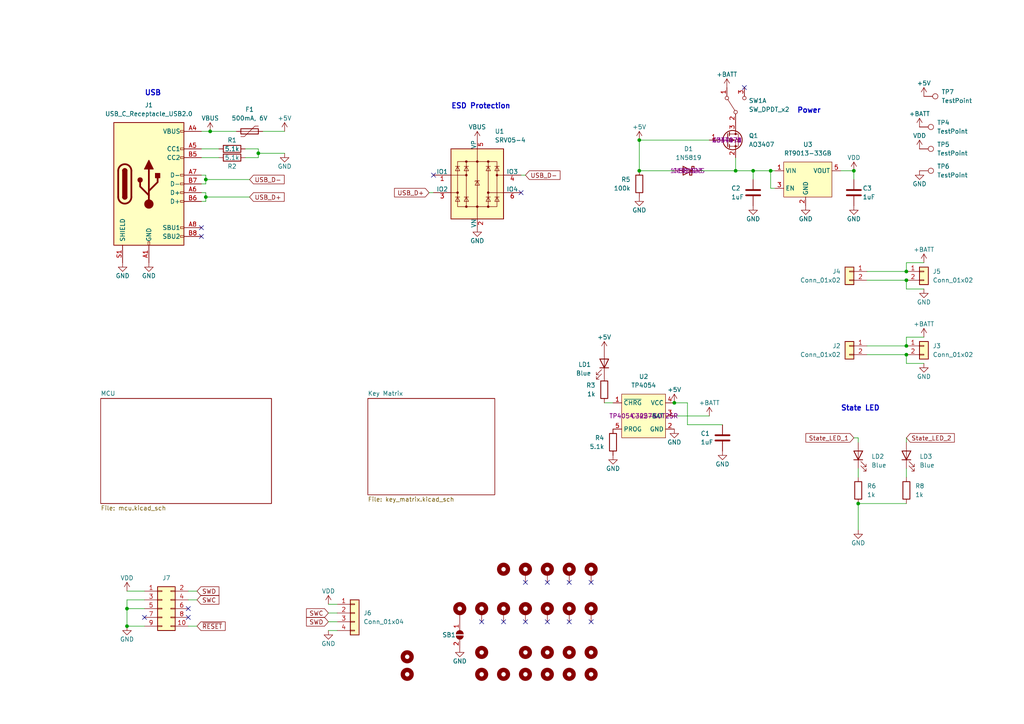
<source format=kicad_sch>
(kicad_sch (version 20250114) (generator "eeschema") (generator_version "9.0")
  (paper "A4")
  (title_block (title "Calcite60 Keyboard") (rev "2.0") (company "SideraKB") (comment 1 "Open source hardware, CERN-OHL-P v2") (comment 2 "Kailh Choc V1 (PG1350) Low Profile Switches"))
  (lib_symbols
    (symbol "Connector:TestPoint" (pin_numbers (hide yes)) (pin_names (offset 0.762) (hide yes))
      (property "Reference" "TP" (at 0 6.858 0))
      (property "Value" "TestPoint" (at 0 5.08 0))
      (symbol "TestPoint_0_1"
        (circle (center 0 3.302) (radius 0.762))
      )
      (symbol "TestPoint_1_1"
        (pin passive line (at 0 0 90) (length 2.54) (name "1") (number "1"))
      )
    )
    (symbol "Connector:USB_C_Receptacle_USB2.0" (pin_names (offset 1.016))
      (property "Reference" "J" (at -10.16 19.05 0))
      (property "Value" "USB_C_Receptacle_USB2.0" (at 19.05 19.05 0))
      (symbol "USB_C_Receptacle_USB2.0_0_0"
        (rectangle (start -0.254 -17.78) (end 0.254 -16.764))
        (rectangle (start 10.16 15.494) (end 9.144 14.986))
        (rectangle (start 10.16 10.414) (end 9.144 9.906))
        (rectangle (start 10.16 7.874) (end 9.144 7.366))
        (rectangle (start 10.16 2.794) (end 9.144 2.286))
        (rectangle (start 10.16 0.254) (end 9.144 -0.254))
        (rectangle (start 10.16 -2.286) (end 9.144 -2.794))
        (rectangle (start 10.16 -4.826) (end 9.144 -5.334))
        (rectangle (start 10.16 -12.446) (end 9.144 -12.954))
        (rectangle (start 10.16 -14.986) (end 9.144 -15.494))
      )
      (symbol "USB_C_Receptacle_USB2.0_0_1"
        (rectangle (start -10.16 17.78) (end 10.16 -17.78) (stroke (width 0.254)) (fill (type background)))
        (polyline (pts (xy -8.89 -3.81) (xy -8.89 3.81)) (stroke (width 0.508)))
        (rectangle (start -7.62 -3.81) (end -6.35 3.81) (stroke (width 0.254)) (fill (type outline)))
        (arc (start -7.62 3.81) (mid -6.985 4.4423) (end -6.35 3.81) (stroke (width 0.254)))
        (arc (start -7.62 3.81) (mid -6.985 4.4423) (end -6.35 3.81) (stroke (width 0.254)) (fill (type outline)))
        (arc (start -8.89 3.81) (mid -6.985 5.7067) (end -5.08 3.81) (stroke (width 0.508)))
        (arc (start -5.08 -3.81) (mid -6.985 -5.7067) (end -8.89 -3.81) (stroke (width 0.508)))
        (arc (start -6.35 -3.81) (mid -6.985 -4.4423) (end -7.62 -3.81) (stroke (width 0.254)))
        (arc (start -6.35 -3.81) (mid -6.985 -4.4423) (end -7.62 -3.81) (stroke (width 0.254)) (fill (type outline)))
        (polyline (pts (xy -5.08 3.81) (xy -5.08 -3.81)) (stroke (width 0.508)))
        (circle (center -2.54 1.143) (radius 0.635) (stroke (width 0.254)) (fill (type outline)))
        (polyline (pts (xy -1.27 4.318) (xy 0 6.858) (xy 1.27 4.318) (xy -1.27 4.318)) (stroke (width 0.254)) (fill (type outline)))
        (polyline (pts (xy 0 -2.032) (xy 2.54 0.508) (xy 2.54 1.778)) (stroke (width 0.508)))
        (polyline (pts (xy 0 -3.302) (xy -2.54 -0.762) (xy -2.54 0.508)) (stroke (width 0.508)))
        (polyline (pts (xy 0 -5.842) (xy 0 4.318)) (stroke (width 0.508)))
        (circle (center 0 -5.842) (radius 1.27) (fill (type outline)))
        (rectangle (start 1.905 1.778) (end 3.175 3.048) (stroke (width 0.254)) (fill (type outline)))
      )
      (symbol "USB_C_Receptacle_USB2.0_1_1"
        (pin passive line (at -7.62 -22.86 90) (length 5.08) (name "SHIELD") (number "S1"))
        (pin passive line (at 0 -22.86 90) (length 5.08) (name "GND") (number "A1"))
        (pin passive line (at 0 -22.86 90) (length 5.08) (hide yes) (name "GND") (number "A12"))
        (pin passive line (at 0 -22.86 90) (length 5.08) (hide yes) (name "GND") (number "B1"))
        (pin passive line (at 0 -22.86 90) (length 5.08) (hide yes) (name "GND") (number "B12"))
        (pin passive line (at 15.24 15.24 180) (length 5.08) (name "VBUS") (number "A4"))
        (pin passive line (at 15.24 15.24 180) (length 5.08) (hide yes) (name "VBUS") (number "A9"))
        (pin passive line (at 15.24 15.24 180) (length 5.08) (hide yes) (name "VBUS") (number "B4"))
        (pin passive line (at 15.24 15.24 180) (length 5.08) (hide yes) (name "VBUS") (number "B9"))
        (pin bidirectional line (at 15.24 10.16 180) (length 5.08) (name "CC1") (number "A5"))
        (pin bidirectional line (at 15.24 7.62 180) (length 5.08) (name "CC2") (number "B5"))
        (pin bidirectional line (at 15.24 2.54 180) (length 5.08) (name "D-") (number "A7"))
        (pin bidirectional line (at 15.24 0 180) (length 5.08) (name "D-") (number "B7"))
        (pin bidirectional line (at 15.24 -2.54 180) (length 5.08) (name "D+") (number "A6"))
        (pin bidirectional line (at 15.24 -5.08 180) (length 5.08) (name "D+") (number "B6"))
        (pin bidirectional line (at 15.24 -12.7 180) (length 5.08) (name "SBU1") (number "A8"))
        (pin bidirectional line (at 15.24 -15.24 180) (length 5.08) (name "SBU2") (number "B8"))
      )
    )
    (symbol "Connector_Generic:Conn_01x02" (pin_names (offset 1.016) (hide yes))
      (property "Reference" "J" (at 0 2.54 0))
      (property "Value" "Conn_01x02" (at 0 -5.08 0))
      (symbol "Conn_01x02_1_1"
        (rectangle (start -1.27 1.27) (end 1.27 -3.81) (stroke (width 0.254)) (fill (type background)))
        (rectangle (start -1.27 0.127) (end 0 -0.127) (stroke (width 0.1524)))
        (rectangle (start -1.27 -2.413) (end 0 -2.667) (stroke (width 0.1524)))
        (pin passive line (at -5.08 0 0) (length 3.81) (name "Pin_1") (number "1"))
        (pin passive line (at -5.08 -2.54 0) (length 3.81) (name "Pin_2") (number "2"))
      )
    )
    (symbol "Connector_Generic:Conn_01x04" (pin_names (offset 1.016) (hide yes))
      (property "Reference" "J" (at 0 5.08 0))
      (property "Value" "Conn_01x04" (at 0 -7.62 0))
      (symbol "Conn_01x04_1_1"
        (rectangle (start -1.27 3.81) (end 1.27 -6.35) (stroke (width 0.254)) (fill (type background)))
        (rectangle (start -1.27 2.667) (end 0 2.413) (stroke (width 0.1524)))
        (rectangle (start -1.27 0.127) (end 0 -0.127) (stroke (width 0.1524)))
        (rectangle (start -1.27 -2.413) (end 0 -2.667) (stroke (width 0.1524)))
        (rectangle (start -1.27 -4.953) (end 0 -5.207) (stroke (width 0.1524)))
        (pin passive line (at -5.08 2.54 0) (length 3.81) (name "Pin_1") (number "1"))
        (pin passive line (at -5.08 0 0) (length 3.81) (name "Pin_2") (number "2"))
        (pin passive line (at -5.08 -2.54 0) (length 3.81) (name "Pin_3") (number "3"))
        (pin passive line (at -5.08 -5.08 0) (length 3.81) (name "Pin_4") (number "4"))
      )
    )
    (symbol "Connector_Generic:Conn_02x05_Odd_Even" (pin_names (offset 1.016) (hide yes))
      (property "Reference" "J" (at 1.27 7.62 0))
      (property "Value" "Conn_02x05_Odd_Even" (at 1.27 -7.62 0))
      (symbol "Conn_02x05_Odd_Even_1_1"
        (rectangle (start -1.27 6.35) (end 3.81 -6.35) (stroke (width 0.254)) (fill (type background)))
        (rectangle (start -1.27 5.207) (end 0 4.953) (stroke (width 0.1524)))
        (rectangle (start -1.27 2.667) (end 0 2.413) (stroke (width 0.1524)))
        (rectangle (start -1.27 0.127) (end 0 -0.127) (stroke (width 0.1524)))
        (rectangle (start -1.27 -2.413) (end 0 -2.667) (stroke (width 0.1524)))
        (rectangle (start -1.27 -4.953) (end 0 -5.207) (stroke (width 0.1524)))
        (rectangle (start 3.81 5.207) (end 2.54 4.953) (stroke (width 0.1524)))
        (rectangle (start 3.81 2.667) (end 2.54 2.413) (stroke (width 0.1524)))
        (rectangle (start 3.81 0.127) (end 2.54 -0.127) (stroke (width 0.1524)))
        (rectangle (start 3.81 -2.413) (end 2.54 -2.667) (stroke (width 0.1524)))
        (rectangle (start 3.81 -4.953) (end 2.54 -5.207) (stroke (width 0.1524)))
        (pin passive line (at -5.08 5.08 0) (length 3.81) (name "Pin_1") (number "1"))
        (pin passive line (at -5.08 2.54 0) (length 3.81) (name "Pin_3") (number "3"))
        (pin passive line (at -5.08 0 0) (length 3.81) (name "Pin_5") (number "5"))
        (pin passive line (at -5.08 -2.54 0) (length 3.81) (name "Pin_7") (number "7"))
        (pin passive line (at -5.08 -5.08 0) (length 3.81) (name "Pin_9") (number "9"))
        (pin passive line (at 7.62 5.08 180) (length 3.81) (name "Pin_2") (number "2"))
        (pin passive line (at 7.62 2.54 180) (length 3.81) (name "Pin_4") (number "4"))
        (pin passive line (at 7.62 0 180) (length 3.81) (name "Pin_6") (number "6"))
        (pin passive line (at 7.62 -2.54 180) (length 3.81) (name "Pin_8") (number "8"))
        (pin passive line (at 7.62 -5.08 180) (length 3.81) (name "Pin_10") (number "10"))
      )
    )
    (symbol "Device:C" (pin_numbers (hide yes)) (pin_names (offset 0.254))
      (property "Reference" "C" (at 0.635 2.54 0))
      (property "Value" "C" (at 0.635 -2.54 0))
      (symbol "C_0_1"
        (polyline (pts (xy -2.032 0.762) (xy 2.032 0.762)) (stroke (width 0.508)))
        (polyline (pts (xy -2.032 -0.762) (xy 2.032 -0.762)) (stroke (width 0.508)))
      )
      (symbol "C_1_1"
        (pin passive line (at 0 3.81 270) (length 2.794) (name "~") (number "1"))
        (pin passive line (at 0 -3.81 90) (length 2.794) (name "~") (number "2"))
      )
    )
    (symbol "Device:LED" (pin_numbers (hide yes)) (pin_names (offset 1.016) (hide yes))
      (property "Reference" "D" (at 0 2.54 0))
      (property "Value" "LED" (at 0 -2.54 0))
      (symbol "LED_0_1"
        (polyline (pts (xy -3.048 -0.762) (xy -4.572 -2.286) (xy -3.81 -2.286) (xy -4.572 -2.286) (xy -4.572 -1.524)))
        (polyline (pts (xy -1.778 -0.762) (xy -3.302 -2.286) (xy -2.54 -2.286) (xy -3.302 -2.286) (xy -3.302 -1.524)))
        (polyline (pts (xy -1.27 0) (xy 1.27 0)))
        (polyline (pts (xy -1.27 -1.27) (xy -1.27 1.27)) (stroke (width 0.254)))
        (polyline (pts (xy 1.27 -1.27) (xy 1.27 1.27) (xy -1.27 0) (xy 1.27 -1.27)) (stroke (width 0.254)))
      )
      (symbol "LED_1_1"
        (pin passive line (at -3.81 0 0) (length 2.54) (name "K") (number "1"))
        (pin passive line (at 3.81 0 180) (length 2.54) (name "A") (number "2"))
      )
    )
    (symbol "Device:Polyfuse" (pin_numbers (hide yes)) (pin_names (offset 0))
      (property "Reference" "F" (at -2.54 0 90))
      (property "Value" "Polyfuse" (at 2.54 0 90))
      (symbol "Polyfuse_0_1"
        (polyline (pts (xy -1.524 2.54) (xy -1.524 1.524) (xy 1.524 -1.524) (xy 1.524 -2.54)))
        (rectangle (start -0.762 2.54) (end 0.762 -2.54) (stroke (width 0.254)))
        (polyline (pts (xy 0 2.54) (xy 0 -2.54)))
      )
      (symbol "Polyfuse_1_1"
        (pin passive line (at 0 3.81 270) (length 1.27) (name "~") (number "1"))
        (pin passive line (at 0 -3.81 90) (length 1.27) (name "~") (number "2"))
      )
    )
    (symbol "Device:R" (pin_numbers (hide yes)) (pin_names (offset 0))
      (property "Reference" "R" (at 2.032 0 90))
      (property "Value" "R" (at 0 0 90))
      (symbol "R_0_1"
        (rectangle (start -1.016 -2.54) (end 1.016 2.54) (stroke (width 0.254)))
      )
      (symbol "R_1_1"
        (pin passive line (at 0 3.81 270) (length 1.27) (name "~") (number "1"))
        (pin passive line (at 0 -3.81 90) (length 1.27) (name "~") (number "2"))
      )
    )
    (symbol "Diode:1N5819" (pin_numbers (hide yes)) (pin_names (offset 1.016) (hide yes))
      (property "Reference" "D" (at 0 2.54 0))
      (property "Value" "1N5819" (at 0 -2.54 0))
      (symbol "1N5819_0_1"
        (polyline (pts (xy -1.905 0.635) (xy -1.905 1.27) (xy -1.27 1.27) (xy -1.27 -1.27) (xy -0.635 -1.27) (xy -0.635 -0.635)) (stroke (width 0.254)))
        (polyline (pts (xy 1.27 1.27) (xy 1.27 -1.27) (xy -1.27 0) (xy 1.27 1.27)) (stroke (width 0.254)))
        (polyline (pts (xy 1.27 0) (xy -1.27 0)))
      )
      (symbol "1N5819_1_1"
        (pin passive line (at -3.81 0 0) (length 2.54) (name "K") (number "1"))
        (pin passive line (at 3.81 0 180) (length 2.54) (name "A") (number "2"))
      )
    )
    (symbol "Jumper:SolderJumper_2_Open" (pin_names (offset 0) (hide yes))
      (property "Reference" "JP" (at 0 2.032 0))
      (property "Value" "SolderJumper_2_Open" (at 0 -2.54 0))
      (symbol "SolderJumper_2_Open_0_1"
        (polyline (pts (xy -0.254 1.016) (xy -0.254 -1.016)))
        (arc (start -0.254 -1.016) (mid -1.2656 0) (end -0.254 1.016))
        (arc (start -0.254 -1.016) (mid -1.2656 0) (end -0.254 1.016) (fill (type outline)))
        (arc (start 0.254 1.016) (mid 1.2656 0) (end 0.254 -1.016))
        (arc (start 0.254 1.016) (mid 1.2656 0) (end 0.254 -1.016) (fill (type outline)))
        (polyline (pts (xy 0.254 1.016) (xy 0.254 -1.016)))
      )
      (symbol "SolderJumper_2_Open_1_1"
        (pin passive line (at -3.81 0 0) (length 2.54) (name "A") (number "1"))
        (pin passive line (at 3.81 0 180) (length 2.54) (name "B") (number "2"))
      )
    )
    (symbol "Mechanical:MountingHole" (pin_names (offset 1.016))
      (property "Reference" "H" (at 0 5.08 0))
      (property "Value" "MountingHole" (at 0 3.175 0))
      (symbol "MountingHole_0_1"
        (circle (center 0 0) (radius 1.27) (stroke (width 1.27)))
      )
    )
    (symbol "Mechanical:MountingHole_Pad" (pin_numbers (hide yes)) (pin_names (offset 1.016) (hide yes))
      (property "Reference" "H" (at 0 6.35 0))
      (property "Value" "MountingHole_Pad" (at 0 4.445 0))
      (symbol "MountingHole_Pad_0_1"
        (circle (center 0 1.27) (radius 1.27) (stroke (width 1.27)))
      )
      (symbol "MountingHole_Pad_1_1"
        (pin input line (at 0 -2.54 90) (length 2.54) (name "1") (number "1"))
      )
    )
    (symbol "Power_Protection:SRV05-4" (pin_names (offset 0))
      (property "Reference" "U" (at -5.08 11.43 0))
      (property "Value" "SRV05-4" (at 2.54 11.43 0))
      (symbol "SRV05-4_0_0"
        (rectangle (start -5.715 6.477) (end 5.715 -6.604))
        (polyline (pts (xy -3.175 -6.604) (xy -3.175 6.477)))
        (polyline (pts (xy 3.175 6.477) (xy 3.175 -6.604)))
      )
      (symbol "SRV05-4_0_1"
        (polyline (pts (xy -7.747 2.54) (xy -3.175 2.54)))
        (rectangle (start -7.62 10.16) (end 7.62 -10.16) (stroke (width 0.254)) (fill (type background)))
        (polyline (pts (xy -7.62 -2.54) (xy -5.715 -2.54)))
        (circle (center -5.715 -2.54) (radius 0.2794) (fill (type outline)))
        (polyline (pts (xy -5.08 5.08) (xy -6.35 5.08)))
        (polyline (pts (xy -5.08 3.81) (xy -6.35 3.81) (xy -5.715 5.08) (xy -5.08 3.81)))
        (polyline (pts (xy -5.08 -3.81) (xy -6.35 -3.81)))
        (polyline (pts (xy -5.08 -5.08) (xy -6.35 -5.08) (xy -5.715 -3.81) (xy -5.08 -5.08)))
        (circle (center -3.175 6.477) (radius 0.2794) (fill (type outline)))
        (circle (center -3.175 2.54) (radius 0.2794) (fill (type outline)))
        (circle (center -3.175 -6.604) (radius 0.2794) (fill (type outline)))
        (polyline (pts (xy -2.54 5.08) (xy -3.81 5.08)))
        (polyline (pts (xy -2.54 3.81) (xy -3.81 3.81) (xy -3.175 5.08) (xy -2.54 3.81)))
        (polyline (pts (xy -2.54 -3.81) (xy -3.81 -3.81)))
        (polyline (pts (xy -2.54 -5.08) (xy -3.81 -5.08) (xy -3.175 -3.81) (xy -2.54 -5.08)))
        (polyline (pts (xy 0 10.16) (xy 0 -10.16)))
        (circle (center 0 6.477) (radius 0.2794) (fill (type outline)))
        (circle (center 0 -6.604) (radius 0.2794) (fill (type outline)))
        (polyline (pts (xy 0.635 0.889) (xy -0.635 0.889) (xy -0.635 0.635)))
        (polyline (pts (xy 0.635 -0.381) (xy -0.635 -0.381) (xy 0 0.889) (xy 0.635 -0.381)))
        (circle (center 3.175 6.477) (radius 0.2794) (fill (type outline)))
        (circle (center 3.175 -2.54) (radius 0.2794) (fill (type outline)))
        (circle (center 3.175 -6.604) (radius 0.2794) (fill (type outline)))
        (polyline (pts (xy 3.81 5.08) (xy 2.54 5.08)))
        (polyline (pts (xy 3.81 3.81) (xy 2.54 3.81) (xy 3.175 5.08) (xy 3.81 3.81)))
        (polyline (pts (xy 3.81 -3.81) (xy 2.54 -3.81)))
        (polyline (pts (xy 3.81 -5.08) (xy 2.54 -5.08) (xy 3.175 -3.81) (xy 3.81 -5.08)))
        (circle (center 5.715 2.54) (radius 0.2794) (fill (type outline)))
        (polyline (pts (xy 6.35 5.08) (xy 5.08 5.08)))
        (polyline (pts (xy 6.35 3.81) (xy 5.08 3.81) (xy 5.715 5.08) (xy 6.35 3.81)))
        (polyline (pts (xy 6.35 -3.81) (xy 5.08 -3.81)))
        (polyline (pts (xy 6.35 -5.08) (xy 5.08 -5.08) (xy 5.715 -3.81) (xy 6.35 -5.08)))
        (polyline (pts (xy 7.62 2.54) (xy 5.715 2.54)))
        (polyline (pts (xy 7.62 -2.54) (xy 3.175 -2.54)))
      )
      (symbol "SRV05-4_1_1"
        (pin passive line (at -12.7 2.54 0) (length 5.08) (name "IO1") (number "1"))
        (pin passive line (at -12.7 -2.54 0) (length 5.08) (name "IO2") (number "3"))
        (pin passive line (at 0 12.7 270) (length 2.54) (name "VP") (number "5"))
        (pin passive line (at 0 -12.7 90) (length 2.54) (name "VN") (number "2"))
        (pin passive line (at 12.7 2.54 180) (length 5.08) (name "IO3") (number "4"))
        (pin passive line (at 12.7 -2.54 180) (length 5.08) (name "IO4") (number "6"))
      )
    )
    (symbol "Switch:SW_DPDT_x2" (pin_names (offset 0) (hide yes))
      (property "Reference" "SW" (at 0 4.318 0))
      (property "Value" "SW_DPDT_x2" (at 0 -5.08 0))
      (symbol "SW_DPDT_x2_0_0"
        (circle (center -2.032 0) (radius 0.508))
        (circle (center 2.032 -2.54) (radius 0.508))
      )
      (symbol "SW_DPDT_x2_0_1"
        (polyline (pts (xy -1.524 0.254) (xy 1.651 2.286)))
        (circle (center 2.032 2.54) (radius 0.508))
      )
      (symbol "SW_DPDT_x2_1_1"
        (pin passive line (at -5.08 0 0) (length 2.54) (name "B") (number "2"))
        (pin passive line (at 5.08 2.54 180) (length 2.54) (name "A") (number "1"))
        (pin passive line (at 5.08 -2.54 180) (length 2.54) (name "C") (number "3"))
      )
      (symbol "SW_DPDT_x2_2_1"
        (pin passive line (at -5.08 0 0) (length 2.54) (name "B") (number "5"))
        (pin passive line (at 5.08 2.54 180) (length 2.54) (name "A") (number "4"))
        (pin passive line (at 5.08 -2.54 180) (length 2.54) (name "C") (number "6"))
      )
    )
    (symbol "Transistor_FET:AO3401A" (pin_names (hide yes))
      (property "Reference" "Q" (at 5.08 1.905 0))
      (property "Value" "AO3401A" (at 5.08 0 0))
      (symbol "AO3401A_0_1"
        (polyline (pts (xy 0.254 1.905) (xy 0.254 -1.905)) (stroke (width 0.254)))
        (polyline (pts (xy 0.254 0) (xy -2.54 0)))
        (polyline (pts (xy 0.762 2.286) (xy 0.762 1.27)) (stroke (width 0.254)))
        (polyline (pts (xy 0.762 1.778) (xy 3.302 1.778) (xy 3.302 -1.778) (xy 0.762 -1.778)))
        (polyline (pts (xy 0.762 0.508) (xy 0.762 -0.508)) (stroke (width 0.254)))
        (polyline (pts (xy 0.762 -1.27) (xy 0.762 -2.286)) (stroke (width 0.254)))
        (circle (center 1.651 0) (radius 2.794) (stroke (width 0.254)))
        (polyline (pts (xy 2.286 0) (xy 1.27 0.381) (xy 1.27 -0.381) (xy 2.286 0)) (fill (type outline)))
        (polyline (pts (xy 2.54 2.54) (xy 2.54 1.778)))
        (circle (center 2.54 1.778) (radius 0.254) (fill (type outline)))
        (circle (center 2.54 -1.778) (radius 0.254) (fill (type outline)))
        (polyline (pts (xy 2.54 -2.54) (xy 2.54 0) (xy 0.762 0)))
        (polyline (pts (xy 2.794 -0.508) (xy 2.921 -0.381) (xy 3.683 -0.381) (xy 3.81 -0.254)))
        (polyline (pts (xy 3.302 -0.381) (xy 2.921 0.254) (xy 3.683 0.254) (xy 3.302 -0.381)))
      )
      (symbol "AO3401A_1_1"
        (pin input line (at -5.08 0 0) (length 2.54) (name "G") (number "1"))
        (pin passive line (at 2.54 5.08 270) (length 2.54) (name "D") (number "3"))
        (pin passive line (at 2.54 -5.08 90) (length 2.54) (name "S") (number "2"))
      )
    )
    (symbol "calcite:TP4054"
      (property "Reference" "U" (at 0 11.43 0))
      (property "Value" "TP4054" (at 0 8.89 0))
      (symbol "TP4054_1_1"
        (rectangle (start -6.35 6.35) (end 6.35 -6.35) (fill (type background)))
        (pin output line (at -8.89 3.81 0) (length 2.54) (name "~{CHRG}") (number "1"))
        (pin input line (at -8.89 -3.81 0) (length 2.54) (name "PROG") (number "5"))
        (pin power_in line (at 8.89 3.81 180) (length 2.54) (name "VCC") (number "4"))
        (pin power_out line (at 8.89 0 180) (length 2.54) (name "BAT") (number "3"))
        (pin power_in line (at 8.89 -3.81 180) (length 2.54) (name "GND") (number "2"))
      )
    )
    (symbol "power:+5V" (power) (pin_names (offset 0))
      (property "Value" "+5V" (at 0 3.556 0))
      (symbol "+5V_0_1"
        (polyline (pts (xy -0.762 1.27) (xy 0 2.54)))
        (polyline (pts (xy 0 2.54) (xy 0.762 1.27)))
        (polyline (pts (xy 0 0) (xy 0 2.54)))
      )
      (symbol "+5V_1_1"
        (pin power_in line (at 0 0 90) (length 0) (hide yes) (name "+5V") (number "1"))
      )
    )
    (symbol "power:+BATT" (power) (pin_names (offset 0))
      (property "Value" "+BATT" (at 0 3.556 0))
      (symbol "+BATT_0_1"
        (polyline (pts (xy -0.762 1.27) (xy 0 2.54)))
        (polyline (pts (xy 0 2.54) (xy 0.762 1.27)))
        (polyline (pts (xy 0 0) (xy 0 2.54)))
      )
      (symbol "+BATT_1_1"
        (pin power_in line (at 0 0 90) (length 0) (hide yes) (name "+BATT") (number "1"))
      )
    )
    (symbol "power:GND" (power) (pin_names (offset 0))
      (property "Value" "GND" (at 0 -3.81 0))
      (symbol "GND_0_1"
        (polyline (pts (xy 0 0) (xy 0 -1.27) (xy 1.27 -1.27) (xy 0 -2.54) (xy -1.27 -1.27) (xy 0 -1.27)))
      )
      (symbol "GND_1_1"
        (pin power_in line (at 0 0 270) (length 0) (hide yes) (name "GND") (number "1"))
      )
    )
    (symbol "power:VBUS" (power) (pin_names (offset 0))
      (property "Value" "VBUS" (at 0 3.81 0))
      (symbol "VBUS_0_1"
        (polyline (pts (xy -0.762 1.27) (xy 0 2.54)))
        (polyline (pts (xy 0 2.54) (xy 0.762 1.27)))
        (polyline (pts (xy 0 0) (xy 0 2.54)))
      )
      (symbol "VBUS_1_1"
        (pin power_in line (at 0 0 90) (length 0) (hide yes) (name "VBUS") (number "1"))
      )
    )
    (symbol "power:VDD" (power) (pin_names (offset 0))
      (property "Value" "VDD" (at 0 3.81 0))
      (symbol "VDD_0_1"
        (polyline (pts (xy -0.762 1.27) (xy 0 2.54)))
        (polyline (pts (xy 0 2.54) (xy 0.762 1.27)))
        (polyline (pts (xy 0 0) (xy 0 2.54)))
      )
      (symbol "VDD_1_1"
        (pin power_in line (at 0 0 90) (length 0) (hide yes) (name "VDD") (number "1"))
      )
    )
    (symbol "rp-micro:RT9013-33GB"
      (property "Reference" "U?" (at 0 8.89 0))
      (property "Value" "RT9013-33GB" (at 0 6.35 0))
      (symbol "RT9013-33GB_0_0"
        (pin no_connect non_logic (at 10.16 -2.54 180) (length 2.54) (hide yes) (name "NC") (number "4"))
      )
      (symbol "RT9013-33GB_0_1"
        (rectangle (start -6.35 5.08) (end 7.62 -5.08) (fill (type background)))
      )
      (symbol "RT9013-33GB_1_1"
        (pin power_in line (at -8.89 2.54 0) (length 2.54) (name "VIN") (number "1"))
        (pin input line (at -8.89 -2.54 0) (length 2.54) (name "EN") (number "3"))
        (pin power_in line (at 0 -7.62 90) (length 2.54) (name "GND") (number "2"))
        (pin power_out line (at 10.16 2.54 180) (length 2.54) (name "VOUT") (number "5"))
      )
    )
  )
  (text "ESD Protection" (at 130.81 31.75 0) (effects (font (size 1.5 1.5) (thickness 0.3) (bold yes)) (justify left bottom)))
  (text "State LED" (at 243.84 119.38 0) (effects (font (size 1.5 1.5) (thickness 0.3) (bold yes)) (justify left bottom)))
  (text "USB" (at 41.91 27.94 0) (effects (font (size 1.5 1.5) (thickness 0.3) (bold yes)) (justify left bottom)))
  (text "Power\n" (at 231.14 33.02 0) (effects (font (size 1.5 1.5) (thickness 0.3) (bold yes)) (justify left bottom)))
  (junction (at 262.89 81.28))
  (junction (at 247.65 49.53))
  (junction (at 213.36 49.53))
  (junction (at 262.89 102.87))
  (junction (at 262.89 100.33))
  (junction (at 59.69 57.15))
  (junction (at 185.42 49.53))
  (junction (at 60.96 38.1))
  (junction (at 218.44 49.53))
  (junction (at 248.92 146.05))
  (junction (at 59.69 52.07))
  (junction (at 36.83 176.53))
  (junction (at 262.89 78.74))
  (junction (at 36.83 181.61))
  (junction (at 223.52 49.53))
  (junction (at 185.42 40.64))
  (junction (at 74.93 44.45))
  (junction (at 195.58 116.84))
  (no_connect (at 54.61 176.53))
  (no_connect (at 215.9 25.4))
  (no_connect (at 58.42 68.58))
  (no_connect (at 151.13 55.88))
  (no_connect (at 158.75 180.34))
  (no_connect (at 125.73 50.8))
  (no_connect (at 171.45 180.34))
  (no_connect (at 158.75 168.91))
  (no_connect (at 165.1 180.34))
  (no_connect (at 152.4 168.91))
  (no_connect (at 58.42 66.04))
  (no_connect (at 146.05 180.34))
  (no_connect (at 139.7 180.34))
  (no_connect (at 54.61 179.07))
  (no_connect (at 171.45 168.91))
  (no_connect (at 41.91 179.07))
  (no_connect (at 165.1 168.91))
  (no_connect (at 152.4 180.34))
  (wire (pts (xy 36.83 173.99) (xy 36.83 176.53)))
  (wire (pts (xy 36.83 171.45) (xy 41.91 171.45)))
  (wire (pts (xy 267.97 105.41) (xy 262.89 105.41)))
  (wire (pts (xy 74.93 45.72) (xy 71.12 45.72)))
  (wire (pts (xy 267.97 76.2) (xy 262.89 76.2)))
  (wire (pts (xy 58.42 38.1) (xy 60.96 38.1)))
  (wire (pts (xy 243.84 49.53) (xy 247.65 49.53)))
  (wire (pts (xy 36.83 176.53) (xy 36.83 181.61)))
  (wire (pts (xy 262.89 97.79) (xy 262.89 100.33)))
  (wire (pts (xy 223.52 49.53) (xy 224.79 49.53)))
  (wire (pts (xy 267.97 83.82) (xy 262.89 83.82)))
  (wire (pts (xy 251.46 78.74) (xy 262.89 78.74)))
  (wire (pts (xy 82.55 38.1) (xy 76.2 38.1)))
  (wire (pts (xy 36.83 181.61) (xy 41.91 181.61)))
  (wire (pts (xy 248.92 128.27) (xy 248.92 127)))
  (wire (pts (xy 175.26 116.84) (xy 177.8 116.84)))
  (wire (pts (xy 41.91 173.99) (xy 36.83 173.99)))
  (wire (pts (xy 59.69 52.07) (xy 59.69 53.34)))
  (wire (pts (xy 248.92 146.05) (xy 248.92 153.67)))
  (wire (pts (xy 95.25 175.26) (xy 97.79 175.26)))
  (wire (pts (xy 262.89 105.41) (xy 262.89 102.87)))
  (wire (pts (xy 262.89 83.82) (xy 262.89 81.28)))
  (wire (pts (xy 58.42 45.72) (xy 63.5 45.72)))
  (wire (pts (xy 59.69 53.34) (xy 58.42 53.34)))
  (wire (pts (xy 213.36 49.53) (xy 218.44 49.53)))
  (wire (pts (xy 218.44 49.53) (xy 223.52 49.53)))
  (wire (pts (xy 74.93 43.18) (xy 74.93 44.45)))
  (wire (pts (xy 251.46 100.33) (xy 262.89 100.33)))
  (wire (pts (xy 95.25 182.88) (xy 97.79 182.88)))
  (wire (pts (xy 262.89 135.89) (xy 262.89 138.43)))
  (wire (pts (xy 185.42 49.53) (xy 185.42 40.64)))
  (wire (pts (xy 95.25 180.34) (xy 97.79 180.34)))
  (wire (pts (xy 209.55 123.19) (xy 199.39 123.19)))
  (wire (pts (xy 59.69 50.8) (xy 59.69 52.07)))
  (wire (pts (xy 36.83 176.53) (xy 41.91 176.53)))
  (wire (pts (xy 59.69 55.88) (xy 59.69 57.15)))
  (wire (pts (xy 74.93 44.45) (xy 74.93 45.72)))
  (wire (pts (xy 247.65 49.53) (xy 247.65 52.07)))
  (wire (pts (xy 224.79 54.61) (xy 223.52 54.61)))
  (wire (pts (xy 95.25 177.8) (xy 97.79 177.8)))
  (wire (pts (xy 63.5 43.18) (xy 58.42 43.18)))
  (wire (pts (xy 74.93 44.45) (xy 82.55 44.45)))
  (wire (pts (xy 199.39 123.19) (xy 199.39 116.84)))
  (wire (pts (xy 251.46 102.87) (xy 262.89 102.87)))
  (wire (pts (xy 267.97 97.79) (xy 262.89 97.79)))
  (wire (pts (xy 223.52 54.61) (xy 223.52 49.53)))
  (wire (pts (xy 185.42 40.64) (xy 205.74 40.64)))
  (wire (pts (xy 213.36 45.72) (xy 213.36 49.53)))
  (wire (pts (xy 58.42 50.8) (xy 59.69 50.8)))
  (wire (pts (xy 203.2 49.53) (xy 213.36 49.53)))
  (wire (pts (xy 199.39 116.84) (xy 195.58 116.84)))
  (wire (pts (xy 124.46 55.88) (xy 125.73 55.88)))
  (wire (pts (xy 57.15 181.61) (xy 54.61 181.61)))
  (wire (pts (xy 262.89 76.2) (xy 262.89 78.74)))
  (wire (pts (xy 218.44 49.53) (xy 218.44 52.07)))
  (wire (pts (xy 59.69 52.07) (xy 72.39 52.07)))
  (wire (pts (xy 58.42 55.88) (xy 59.69 55.88)))
  (wire (pts (xy 74.93 43.18) (xy 71.12 43.18)))
  (wire (pts (xy 57.15 171.45) (xy 54.61 171.45)))
  (wire (pts (xy 185.42 49.53) (xy 195.58 49.53)))
  (wire (pts (xy 205.74 120.65) (xy 195.58 120.65)))
  (wire (pts (xy 262.89 128.27) (xy 262.89 127)))
  (wire (pts (xy 68.58 38.1) (xy 60.96 38.1)))
  (wire (pts (xy 59.69 57.15) (xy 72.39 57.15)))
  (wire (pts (xy 57.15 173.99) (xy 54.61 173.99)))
  (wire (pts (xy 59.69 57.15) (xy 59.69 58.42)))
  (wire (pts (xy 262.89 146.05) (xy 248.92 146.05)))
  (wire (pts (xy 247.65 127) (xy 248.92 127)))
  (wire (pts (xy 251.46 81.28) (xy 262.89 81.28)))
  (wire (pts (xy 58.42 58.42) (xy 59.69 58.42)))
  (wire (pts (xy 152.4 50.8) (xy 151.13 50.8)))
  (wire (pts (xy 248.92 138.43) (xy 248.92 135.89)))
  (global_label "SWC" (shape input) (at 57.15 173.99 0) (property "Intersheetrefs" "${INTERSHEET_REFS}" (effects (hide yes))))
  (global_label "SWC" (shape input) (at 95.25 177.8 180) (property "Intersheetrefs" "${INTERSHEET_REFS}" (effects (hide yes))))
  (global_label "SWD" (shape input) (at 95.25 180.34 180) (property "Intersheetrefs" "${INTERSHEET_REFS}" (effects (hide yes))))
  (global_label "SWD" (shape input) (at 57.15 171.45 0) (property "Intersheetrefs" "${INTERSHEET_REFS}" (effects (hide yes))))
  (global_label "State_LED_1" (shape input) (at 247.65 127 180) (property "Intersheetrefs" "${INTERSHEET_REFS}" (effects (hide yes))))
  (global_label "USB_D+" (shape input) (at 124.46 55.88 180) (property "Intersheetrefs" "${INTERSHEET_REFS}" (effects (hide yes))))
  (global_label "State_LED_2" (shape input) (at 262.89 127 0) (property "Intersheetrefs" "${INTERSHEET_REFS}" (effects (hide yes))))
  (global_label "USB_D-" (shape input) (at 72.39 52.07 0) (property "Intersheetrefs" "${INTERSHEET_REFS}" (effects (hide yes))))
  (global_label "USB_D-" (shape input) (at 152.4 50.8 0) (property "Intersheetrefs" "${INTERSHEET_REFS}" (effects (hide yes))))
  (global_label "~{RESET}" (shape input) (at 57.15 181.61 0) (property "Intersheetrefs" "${INTERSHEET_REFS}" (effects (hide yes))))
  (global_label "USB_D+" (shape input) (at 72.39 57.15 0) (property "Intersheetrefs" "${INTERSHEET_REFS}" (effects (hide yes))))
  (symbol (lib_id "Mechanical:MountingHole") (at 158.75 189.23 0) (unit 1) (in_bom no)
    (property "Reference" "H9" (effects (hide yes)))
    (property "Value" "MountingHole" (effects (hide yes)))
    (property "Footprint" "calcite:MountingHale_M2" (effects (hide yes)))
  )
  (symbol (lib_id "Connector_Generic:Conn_01x02") (at 267.97 100.33 0) (unit 1)
    (property "Reference" "J3" (at 270.51 100.33 0) (effects (justify left)))
    (property "Value" "Conn_01x02" (at 270.51 102.87 0) (effects (justify left)))
    (property "Footprint" "Connector_JST:JST_PH_S2B-PH-K_1x02_P2.00mm_Horizontal" (effects (hide yes)))
  )
  (symbol (lib_id "Device:R") (at 262.89 142.24 0) (mirror y) (unit 1)
    (property "Reference" "R8" (at 265.43 140.97 0) (effects (justify right)))
    (property "Value" "1k" (at 265.43 143.51 0) (effects (justify right)))
    (property "Footprint" "Resistor_SMD:R_0603_1608Metric" (effects (hide yes)))
    (property "MFR. Part #" "0603WAF1001T5E" (effects (hide yes)))
    (property "LCSC" "C21190" (effects (hide yes)))
  )
  (symbol (lib_id "Device:R") (at 177.8 128.27 0) (unit 1)
    (property "Reference" "R4" (at 175.26 127 0) (effects (justify right)))
    (property "Value" "5.1k" (at 175.26 129.54 0) (effects (justify right)))
    (property "Footprint" "Resistor_SMD:R_0603_1608Metric" (effects (hide yes)))
    (property "MFR. Part #" "0603WAF5101T5E" (effects (hide yes)))
    (property "LCSC" "C23186" (effects (hide yes)))
  )
  (symbol (lib_id "Mechanical:MountingHole_Pad") (at 152.4 166.37 0) (unit 1)
    (property "Reference" "H14" (effects (hide yes)))
    (property "Value" "MountingHole" (effects (hide yes)))
    (property "Footprint" "calcite:MountingWuerth_M2" (effects (hide yes)))
    (property "LCSC" "C9900035855" (effects (hide yes)))
    (property "MFR. Part #" "9774025243R" (effects (hide yes)))
  )
  (symbol (lib_id "Connector:TestPoint") (at 266.7 43.18 270) (unit 1)
    (property "Reference" "TP5" (at 271.78 41.91 90) (effects (justify left)))
    (property "Value" "TestPoint" (at 271.78 44.45 90) (effects (justify left)))
    (property "Footprint" "TestPoint:TestPoint_Pad_D1.5mm" (effects (hide yes)))
  )
  (symbol (lib_id "power:+5V") (at 175.26 101.6 0) (unit 1)
    (property "Reference" "#PWR09" (effects (hide yes)))
    (property "Value" "+5V" (at 175.26 97.79 0))
  )
  (symbol (lib_id "Jumper:SolderJumper_2_Open") (at 133.35 184.15 270) (unit 1)
    (property "Reference" "SB1" (at 128.27 184.15 90) (effects (justify left)))
    (property "Value" "SolderJumper_2_Open" (effects (hide yes)))
    (property "Footprint" "Jumper:SolderJumper-2_P1.3mm_Open_TrianglePad1.0x1.5mm" (effects (hide yes)))
  )
  (symbol (lib_id "Mechanical:MountingHole_Pad") (at 158.75 166.37 0) (unit 1)
    (property "Reference" "H15" (effects (hide yes)))
    (property "Value" "MountingHole" (effects (hide yes)))
    (property "Footprint" "calcite:MountingWuerth_M2" (effects (hide yes)))
    (property "LCSC" "C9900035855" (effects (hide yes)))
    (property "MFR. Part #" "9774025243R" (effects (hide yes)))
  )
  (symbol (lib_id "Mechanical:MountingHole_Pad") (at 139.7 177.8 0) (unit 1)
    (property "Reference" "H2" (effects (hide yes)))
    (property "Value" "MountingHole" (effects (hide yes)))
    (property "Footprint" "calcite:MountingWuerth_M2" (effects (hide yes)))
    (property "LCSC" "C9900035855" (effects (hide yes)))
    (property "MFR. Part #" "9774025243R" (effects (hide yes)))
  )
  (symbol (lib_id "power:VBUS") (at 60.96 38.1 0) (unit 1)
    (property "Reference" "#PWR03" (effects (hide yes)))
    (property "Value" "VBUS" (at 60.96 34.29 0))
  )
  (symbol (lib_id "power:GND") (at 218.44 59.69 0) (unit 1)
    (property "Reference" "#PWR018" (effects (hide yes)))
    (property "Value" "GND" (at 218.44 63.5 0))
  )
  (symbol (lib_id "power:+BATT") (at 266.7 36.83 0) (unit 1)
    (property "Reference" "#PWR042" (effects (hide yes)))
    (property "Value" "+BATT" (at 266.7 33.02 0))
  )
  (symbol (lib_id "power:+5V") (at 82.55 38.1 0) (unit 1)
    (property "Reference" "#PWR04" (effects (hide yes)))
    (property "Value" "+5V" (at 82.55 34.29 0))
  )
  (symbol (lib_id "power:GND") (at 138.43 66.04 0) (unit 1)
    (property "Reference" "#PWR08" (effects (hide yes)))
    (property "Value" "GND" (at 138.43 69.85 0))
  )
  (symbol (lib_id "power:GND") (at 266.7 49.53 0) (unit 1)
    (property "Reference" "#PWR041" (effects (hide yes)))
    (property "Value" "GND" (at 266.7 53.34 0))
  )
  (symbol (lib_id "power:+5V") (at 267.97 27.94 0) (unit 1)
    (property "Reference" "#PWR044" (effects (hide yes)))
    (property "Value" "+5V" (at 267.97 24.13 0))
  )
  (symbol (lib_id "Mechanical:MountingHole_Pad") (at 165.1 166.37 0) (unit 1)
    (property "Reference" "H16" (effects (hide yes)))
    (property "Value" "MountingHole" (effects (hide yes)))
    (property "Footprint" "calcite:MountingWuerth_M2" (effects (hide yes)))
    (property "LCSC" "C9900035855" (effects (hide yes)))
    (property "MFR. Part #" "9774025243R" (effects (hide yes)))
  )
  (symbol (lib_id "Mechanical:MountingHole_Pad") (at 133.35 177.8 0) (unit 1)
    (property "Reference" "H1" (effects (hide yes)))
    (property "Value" "MountingHole" (effects (hide yes)))
    (property "Footprint" "calcite:MountingWuerth_M2" (effects (hide yes)))
    (property "LCSC" "C9900035855" (effects (hide yes)))
    (property "MFR. Part #" "9774025243R" (effects (hide yes)))
  )
  (symbol (lib_id "Mechanical:MountingHole") (at 171.45 189.23 0) (unit 1) (in_bom no)
    (property "Reference" "H13" (effects (hide yes)))
    (property "Value" "MountingHole" (effects (hide yes)))
    (property "Footprint" "calcite:MountingHale_M2" (effects (hide yes)))
  )
  (symbol (lib_id "Switch:SW_DPDT_x2") (at 213.36 30.48 90) (unit 1)
    (property "Reference" "SW1" (at 217.17 29.21 90) (effects (justify right)))
    (property "Value" "SW_DPDT_x2" (at 217.17 31.75 90) (effects (justify right)))
    (property "Footprint" "calcite:9_3.5_3.5 Switch" (effects (hide yes)))
  )
  (symbol (lib_id "Device:LED") (at 262.89 132.08 90) (unit 1)
    (property "Reference" "LD3" (at 266.7 132.3974 90) (effects (justify right)))
    (property "Value" "Blue" (at 266.7 134.9374 90) (effects (justify right)))
    (property "Footprint" "LED_SMD:LED_0603_1608Metric" (effects (hide yes)))
    (property "LCSC" "C72043" (effects (hide yes)))
    (property "MFR. Part #" "19-217/GHC-YR1S2/3T" (effects (hide yes)))
  )
  (symbol (lib_id "Connector_Generic:Conn_01x04") (at 102.87 177.8 0) (unit 1)
    (property "Reference" "J6" (at 105.41 177.8 0) (effects (justify left)))
    (property "Value" "Conn_01x04" (at 105.41 180.34 0) (effects (justify left)))
    (property "Footprint" "Connector_PinHeader_2.54mm:PinHeader_1x04_P2.54mm_Vertical" (effects (hide yes)))
  )
  (symbol (lib_id "power:GND") (at 267.97 105.41 0) (unit 1)
    (property "Reference" "#PWR022" (effects (hide yes)))
    (property "Value" "GND" (at 267.97 109.22 0))
  )
  (symbol (lib_id "Device:LED") (at 248.92 132.08 90) (unit 1)
    (property "Reference" "LD2" (at 252.73 132.3974 90) (effects (justify right)))
    (property "Value" "Blue" (at 252.73 134.9374 90) (effects (justify right)))
    (property "Footprint" "LED_SMD:LED_0603_1608Metric" (effects (hide yes)))
    (property "LCSC" "C72043" (effects (hide yes)))
    (property "MFR. Part #" "19-217/GHC-YR1S2/3T" (effects (hide yes)))
  )
  (symbol (lib_id "Connector:TestPoint") (at 267.97 27.94 270) (unit 1)
    (property "Reference" "TP7" (at 273.05 26.67 90) (effects (justify left)))
    (property "Value" "TestPoint" (at 273.05 29.21 90) (effects (justify left)))
    (property "Footprint" "TestPoint:TestPoint_Pad_D1.5mm" (effects (hide yes)))
  )
  (symbol (lib_id "power:GND") (at 177.8 132.08 0) (unit 1)
    (property "Reference" "#PWR010" (effects (hide yes)))
    (property "Value" "GND" (at 177.8 135.89 0))
  )
  (symbol (lib_id "Connector_Generic:Conn_02x05_Odd_Even") (at 46.99 176.53 0) (unit 1)
    (property "Reference" "J7" (at 48.26 167.64 0))
    (property "Value" "Conn_02x05_Counter_Clockwise" (effects (hide yes)))
    (property "Footprint" "calcite:10pin SWD" (effects (hide yes)))
  )
  (symbol (lib_id "power:GND") (at 233.68 59.69 0) (unit 1)
    (property "Reference" "#PWR020" (effects (hide yes)))
    (property "Value" "GND" (at 233.68 63.5 0))
  )
  (symbol (lib_id "Mechanical:MountingHole") (at 118.11 195.58 0) (unit 1) (in_bom no)
    (property "Reference" "H26" (effects (hide yes)))
    (property "Value" "MountingHole" (effects (hide yes)))
    (property "Footprint" "calcite:mouse_bite" (effects (hide yes)))
  )
  (symbol (lib_id "Connector:TestPoint") (at 266.7 36.83 270) (unit 1)
    (property "Reference" "TP4" (at 271.78 35.56 90) (effects (justify left)))
    (property "Value" "TestPoint" (at 271.78 38.1 90) (effects (justify left)))
    (property "Footprint" "TestPoint:TestPoint_Pad_D1.5mm" (effects (hide yes)))
  )
  (symbol (lib_id "power:GND") (at 36.83 181.61 0) (unit 1)
    (property "Reference" "#PWR038" (effects (hide yes)))
    (property "Value" "GND" (at 36.83 185.42 0))
  )
  (symbol (lib_id "Device:R") (at 248.92 142.24 0) (mirror y) (unit 1)
    (property "Reference" "R6" (at 251.46 140.97 0) (effects (justify right)))
    (property "Value" "1k" (at 251.46 143.51 0) (effects (justify right)))
    (property "Footprint" "Resistor_SMD:R_0603_1608Metric" (effects (hide yes)))
    (property "MFR. Part #" "0603WAF1001T5E" (effects (hide yes)))
    (property "LCSC" "C21190" (effects (hide yes)))
  )
  (symbol (lib_id "power:GND") (at 247.65 59.69 0) (unit 1)
    (property "Reference" "#PWR024" (effects (hide yes)))
    (property "Value" "GND" (at 247.65 63.5 0))
  )
  (symbol (lib_id "power:+5V") (at 195.58 116.84 0) (unit 1)
    (property "Reference" "#PWR013" (effects (hide yes)))
    (property "Value" "+5V" (at 195.58 113.03 0))
  )
  (symbol (lib_id "Mechanical:MountingHole_Pad") (at 146.05 177.8 0) (unit 1)
    (property "Reference" "H4" (effects (hide yes)))
    (property "Value" "MountingHole" (effects (hide yes)))
    (property "Footprint" "calcite:MountingWuerth_M2" (effects (hide yes)))
    (property "LCSC" "C9900035855" (effects (hide yes)))
    (property "MFR. Part #" "9774025243R" (effects (hide yes)))
  )
  (symbol (lib_id "power:GND") (at 267.97 83.82 0) (unit 1)
    (property "Reference" "#PWR034" (effects (hide yes)))
    (property "Value" "GND" (at 267.97 87.63 0))
  )
  (symbol (lib_id "Device:R") (at 67.31 45.72 90) (unit 1)
    (property "Reference" "R2" (at 67.31 48.26 90))
    (property "Value" "5.1k" (at 67.31 45.72 90))
    (property "Footprint" "Resistor_SMD:R_0603_1608Metric" (effects (hide yes)))
    (property "MFR. Part #" "0603WAF5101T5E" (effects (hide yes)))
    (property "LCSC" "C23186" (effects (hide yes)))
  )
  (symbol (lib_id "Connector_Generic:Conn_01x02") (at 267.97 78.74 0) (unit 1)
    (property "Reference" "J5" (at 270.51 78.74 0) (effects (justify left)))
    (property "Value" "Conn_01x02" (at 270.51 81.28 0) (effects (justify left)))
    (property "Footprint" "Connector_JST:JST_PH_S2B-PH-K_1x02_P2.00mm_Horizontal" (effects (hide yes)))
  )
  (symbol (lib_id "power:GND") (at 82.55 44.45 0) (unit 1)
    (property "Reference" "#PWR05" (effects (hide yes)))
    (property "Value" "GND" (at 82.55 48.26 0))
  )
  (symbol (lib_id "Connector:TestPoint") (at 266.7 49.53 270) (unit 1)
    (property "Reference" "TP6" (at 271.78 48.26 90) (effects (justify left)))
    (property "Value" "TestPoint" (at 271.78 50.8 90) (effects (justify left)))
    (property "Footprint" "TestPoint:TestPoint_Pad_D1.5mm" (effects (hide yes)))
  )
  (symbol (lib_id "power:VDD") (at 95.25 175.26 0) (unit 1)
    (property "Reference" "#PWR035" (effects (hide yes)))
    (property "Value" "VDD" (at 95.25 171.45 0))
  )
  (symbol (lib_id "Mechanical:MountingHole") (at 146.05 165.1 0) (unit 1) (in_bom no)
    (property "Reference" "H22" (effects (hide yes)))
    (property "Value" "MountingHole" (effects (hide yes)))
    (property "Footprint" "calcite:mouse_bite" (effects (hide yes)))
  )
  (symbol (lib_id "power:+BATT") (at 267.97 97.79 0) (unit 1)
    (property "Reference" "#PWR021" (effects (hide yes)))
    (property "Value" "+BATT" (at 267.97 93.98 0))
  )
  (symbol (lib_id "Device:C") (at 209.55 127 0) (unit 1)
    (property "Reference" "C1" (at 203.2 125.73 0) (effects (justify left)))
    (property "Value" "1uF" (at 203.2 128.27 0) (effects (justify left)))
    (property "Footprint" "Capacitor_SMD:C_0603_1608Metric" (effects (hide yes)))
    (property "MFR. Part #" "CL10A105KB8NNNC" (effects (hide yes)))
    (property "LCSC" "C15849" (effects (hide yes)))
  )
  (symbol (lib_id "power:GND") (at 185.42 57.15 0) (unit 1)
    (property "Reference" "#PWR012" (effects (hide yes)))
    (property "Value" "GND" (at 185.42 60.96 0))
  )
  (symbol (lib_id "power:+BATT") (at 267.97 76.2 0) (unit 1)
    (property "Reference" "#PWR033" (effects (hide yes)))
    (property "Value" "+BATT" (at 267.97 72.39 0))
  )
  (symbol (lib_id "Mechanical:MountingHole") (at 171.45 195.58 0) (unit 1) (in_bom no)
    (property "Reference" "H23" (effects (hide yes)))
    (property "Value" "MountingHole" (effects (hide yes)))
    (property "Footprint" "calcite:mouse_bite" (effects (hide yes)))
  )
  (symbol (lib_id "power:VDD") (at 36.83 171.45 0) (unit 1)
    (property "Reference" "#PWR037" (effects (hide yes)))
    (property "Value" "VDD" (at 36.83 167.64 0))
  )
  (symbol (lib_id "power:GND") (at 209.55 130.81 0) (unit 1)
    (property "Reference" "#PWR016" (effects (hide yes)))
    (property "Value" "GND" (at 209.55 134.62 0))
  )
  (symbol (lib_id "Connector:USB_C_Receptacle_USB2.0") (at 43.18 53.34 0) (unit 1)
    (property "Reference" "J1" (at 43.18 30.48 0))
    (property "Value" "USB_C_Receptacle_USB2.0" (at 43.18 33.02 0))
    (property "Footprint" "Connector_USB:USB_C_Receptacle_HRO_TYPE-C-31-M-12" (effects (hide yes)))
    (property "Datasheet" "https://www.usb.org/sites/default/files/documents/usb_type-c.zip" (effects (hide yes)))
    (property "MFR. Part #" "TYPE-C-31-M-12" (effects (hide yes)))
    (property "LCSC" "C165948" (effects (hide yes)))
  )
  (symbol (lib_id "power:GND") (at 195.58 124.46 0) (unit 1)
    (property "Reference" "#PWR014" (effects (hide yes)))
    (property "Value" "GND" (at 195.58 128.27 0))
  )
  (symbol (lib_id "Mechanical:MountingHole") (at 118.11 190.5 0) (unit 1) (in_bom no)
    (property "Reference" "H5" (effects (hide yes)))
    (property "Value" "MountingHole" (effects (hide yes)))
    (property "Footprint" "calcite:mouse_bite" (effects (hide yes)))
  )
  (symbol (lib_id "Transistor_FET:AO3401A") (at 210.82 40.64 0) (unit 1)
    (property "Reference" "Q1" (at 217.17 39.37 0) (effects (justify left)))
    (property "Value" "AO3407" (at 217.17 41.91 0) (effects (justify left)))
    (property "Footprint" "Package_TO_SOT_SMD:SOT-23" (effects (hide yes)))
    (property "Datasheet" "http://www.aosmd.com/pdfs/datasheet/AO3401A.pdf" (effects (hide yes)))
    (property "LCSC" "C347478" (at 210.82 40.64 0))
    (property "MFR. Part #" "AO3407A" (at 210.82 40.64 0))
  )
  (symbol (lib_id "Mechanical:MountingHole") (at 152.4 195.58 0) (unit 1) (in_bom no)
    (property "Reference" "H24" (effects (hide yes)))
    (property "Value" "MountingHole" (effects (hide yes)))
    (property "Footprint" "calcite:mouse_bite" (effects (hide yes)))
  )
  (symbol (lib_id "Mechanical:MountingHole") (at 165.1 189.23 0) (unit 1) (in_bom no)
    (property "Reference" "H11" (effects (hide yes)))
    (property "Value" "MountingHole" (effects (hide yes)))
    (property "Footprint" "calcite:MountingHale_M2" (effects (hide yes)))
  )
  (symbol (lib_id "Mechanical:MountingHole_Pad") (at 152.4 177.8 0) (unit 1)
    (property "Reference" "H6" (effects (hide yes)))
    (property "Value" "MountingHole" (effects (hide yes)))
    (property "Footprint" "calcite:MountingWuerth_M2" (effects (hide yes)))
    (property "LCSC" "C9900035855" (effects (hide yes)))
    (property "MFR. Part #" "9774025243R" (effects (hide yes)))
  )
  (symbol (lib_id "Power_Protection:SRV05-4") (at 138.43 53.34 0) (unit 1)
    (property "Reference" "U1" (at 143.51 38.1 0) (effects (justify left)))
    (property "Value" "SRV05-4" (at 143.51 40.64 0) (effects (justify left)))
    (property "Footprint" "Package_TO_SOT_SMD:SOT-23-6" (effects (hide yes)))
    (property "Datasheet" "http://www.onsemi.com/pub/Collateral/SRV05-4-D.PDF" (effects (hide yes)))
    (property "LCSC" "C85364" (effects (hide yes)))
    (property "MFR. Part #" "SRV05-4-P-T7" (effects (hide yes)))
  )
  (symbol (lib_id "Device:LED") (at 175.26 105.41 270) (mirror x) (unit 1)
    (property "Reference" "LD1" (at 171.45 105.7274 90) (effects (justify right)))
    (property "Value" "Blue" (at 171.45 108.2674 90) (effects (justify right)))
    (property "Footprint" "LED_SMD:LED_0603_1608Metric" (effects (hide yes)))
    (property "LCSC" "C72043" (effects (hide yes)))
    (property "MFR. Part #" "19-217/GHC-YR1S2/3T" (effects (hide yes)))
  )
  (symbol (lib_id "power:GND") (at 95.25 182.88 0) (unit 1)
    (property "Reference" "#PWR036" (effects (hide yes)))
    (property "Value" "GND" (at 95.25 186.69 0))
  )
  (symbol (lib_id "power:GND") (at 133.35 187.96 0) (unit 1)
    (property "Reference" "#PWR06" (effects (hide yes)))
    (property "Value" "GND" (at 133.35 191.77 0))
  )
  (symbol (lib_id "power:GND") (at 35.56 76.2 0) (unit 1)
    (property "Reference" "#PWR01" (effects (hide yes)))
    (property "Value" "GND" (at 35.56 80.01 0))
  )
  (symbol (lib_id "Mechanical:MountingHole_Pad") (at 171.45 166.37 0) (unit 1)
    (property "Reference" "H17" (effects (hide yes)))
    (property "Value" "MountingHole" (effects (hide yes)))
    (property "Footprint" "calcite:MountingWuerth_M2" (effects (hide yes)))
    (property "LCSC" "C9900035855" (effects (hide yes)))
    (property "MFR. Part #" "9774025243R" (effects (hide yes)))
  )
  (symbol (lib_id "power:VBUS") (at 138.43 40.64 0) (unit 1)
    (property "Reference" "#PWR07" (effects (hide yes)))
    (property "Value" "VBUS" (at 138.43 36.83 0))
  )
  (symbol (lib_id "power:GND") (at 248.92 153.67 0) (unit 1)
    (property "Reference" "#PWR019" (effects (hide yes)))
    (property "Value" "GND" (at 248.92 157.48 0))
  )
  (symbol (lib_id "power:+5V") (at 185.42 40.64 0) (unit 1)
    (property "Reference" "#PWR011" (effects (hide yes)))
    (property "Value" "+5V" (at 185.42 36.83 0))
  )
  (symbol (lib_id "Mechanical:MountingHole") (at 139.7 195.58 0) (unit 1) (in_bom no)
    (property "Reference" "H20" (effects (hide yes)))
    (property "Value" "MountingHole" (effects (hide yes)))
    (property "Footprint" "calcite:mouse_bite" (effects (hide yes)))
  )
  (symbol (lib_id "Device:R") (at 185.42 53.34 0) (unit 1)
    (property "Reference" "R5" (at 182.88 52.07 0) (effects (justify right)))
    (property "Value" "100k" (at 182.88 54.61 0) (effects (justify right)))
    (property "Footprint" "Resistor_SMD:R_0603_1608Metric" (effects (hide yes)))
    (property "MFR. Part #" "0603WAF1003T5E" (effects (hide yes)))
    (property "LCSC" "C25803" (effects (hide yes)))
  )
  (symbol (lib_id "Mechanical:MountingHole_Pad") (at 171.45 177.8 0) (unit 1)
    (property "Reference" "H12" (effects (hide yes)))
    (property "Value" "MountingHole" (effects (hide yes)))
    (property "Footprint" "calcite:MountingWuerth_M2" (effects (hide yes)))
    (property "LCSC" "C9900035855" (effects (hide yes)))
    (property "MFR. Part #" "9774025243R" (effects (hide yes)))
  )
  (symbol (lib_id "Diode:1N5819") (at 199.39 49.53 0) (mirror y) (unit 1)
    (property "Reference" "D1" (at 199.7075 43.18 0))
    (property "Value" "1N5819" (at 199.7075 45.72 0))
    (property "Footprint" "Diode_SMD:D_SOD-323_HandSoldering" (effects (hide yes)))
    (property "Datasheet" "http://www.vishay.com/docs/88525/1n5817.pdf" (effects (hide yes)))
    (property "LCSC" "C191023" (at 199.39 49.53 0))
    (property "MFR. Part #" "1N5819WS" (at 199.39 49.53 0))
  )
  (symbol (lib_id "Device:C") (at 247.65 55.88 0) (unit 1)
    (property "Reference" "C3" (at 250.19 54.61 0) (effects (justify left)))
    (property "Value" "1uF" (at 250.19 57.15 0) (effects (justify left)))
    (property "Footprint" "Capacitor_SMD:C_0603_1608Metric" (effects (hide yes)))
    (property "MFR. Part #" "CL10A105KB8NNNC" (effects (hide yes)))
    (property "LCSC" "C15849" (effects (hide yes)))
  )
  (symbol (lib_id "Connector_Generic:Conn_01x02") (at 246.38 78.74 0) (mirror y) (unit 1)
    (property "Reference" "J4" (at 243.84 78.74 0) (effects (justify left)))
    (property "Value" "Conn_01x02" (at 243.84 81.28 0) (effects (justify left)))
    (property "Footprint" "Connector_PinHeader_2.54mm:PinHeader_1x02_P2.54mm_Vertical" (effects (hide yes)))
  )
  (symbol (lib_id "Mechanical:MountingHole_Pad") (at 158.75 177.8 0) (unit 1)
    (property "Reference" "H8" (effects (hide yes)))
    (property "Value" "MountingHole" (effects (hide yes)))
    (property "Footprint" "calcite:MountingWuerth_M2" (effects (hide yes)))
    (property "LCSC" "C9900035855" (effects (hide yes)))
    (property "MFR. Part #" "9774025243R" (effects (hide yes)))
  )
  (symbol (lib_id "Device:R") (at 175.26 113.03 0) (unit 1)
    (property "Reference" "R3" (at 172.72 111.76 0) (effects (justify right)))
    (property "Value" "1k" (at 172.72 114.3 0) (effects (justify right)))
    (property "Footprint" "Resistor_SMD:R_0603_1608Metric" (effects (hide yes)))
    (property "MFR. Part #" "0603WAF1001T5E" (effects (hide yes)))
    (property "LCSC" "C21190" (effects (hide yes)))
  )
  (symbol (lib_id "rp-micro:RT9013-33GB") (at 233.68 52.07 0) (unit 1)
    (property "Reference" "U3" (at 234.315 41.91 0))
    (property "Value" "RT9013-33GB" (at 234.315 44.45 0))
    (property "Footprint" "Package_TO_SOT_SMD:SOT-23-5" (effects (hide yes)))
    (property "MFR. Part #" "TPRT9013-33GB" (effects (hide yes)))
    (property "LCSC" "C587158" (effects (hide yes)))
  )
  (symbol (lib_id "Mechanical:MountingHole") (at 152.4 189.23 0) (unit 1) (in_bom no)
    (property "Reference" "H7" (effects (hide yes)))
    (property "Value" "MountingHole" (effects (hide yes)))
    (property "Footprint" "calcite:MountingHale_M2" (effects (hide yes)))
  )
  (symbol (lib_id "Mechanical:MountingHole") (at 165.1 195.58 0) (unit 1) (in_bom no)
    (property "Reference" "H25" (effects (hide yes)))
    (property "Value" "MountingHole" (effects (hide yes)))
    (property "Footprint" "calcite:mouse_bite" (effects (hide yes)))
  )
  (symbol (lib_id "power:+BATT") (at 205.74 120.65 0) (unit 1)
    (property "Reference" "#PWR015" (effects (hide yes)))
    (property "Value" "+BATT" (at 205.74 116.84 0))
  )
  (symbol (lib_id "Device:Polyfuse") (at 72.39 38.1 90) (unit 1)
    (property "Reference" "F1" (at 72.39 31.75 90))
    (property "Value" "500mA, 6V" (at 72.39 34.29 90))
    (property "Footprint" "Fuse:Fuse_0805_2012Metric" (effects (hide yes)))
    (property "MFR. Part #" "SMD0805B050TF" (effects (hide yes)))
    (property "LCSC" "C269104" (effects (hide yes)))
  )
  (symbol (lib_id "power:GND") (at 43.18 76.2 0) (unit 1)
    (property "Reference" "#PWR02" (effects (hide yes)))
    (property "Value" "GND" (at 43.18 80.01 0))
  )
  (symbol (lib_id "Connector_Generic:Conn_01x02") (at 246.38 100.33 0) (mirror y) (unit 1)
    (property "Reference" "J2" (at 243.84 100.33 0) (effects (justify left)))
    (property "Value" "Conn_01x02" (at 243.84 102.87 0) (effects (justify left)))
    (property "Footprint" "Connector_PinHeader_2.54mm:PinHeader_1x02_P2.54mm_Vertical" (effects (hide yes)))
  )
  (symbol (lib_id "Mechanical:MountingHole_Pad") (at 165.1 177.8 0) (unit 1)
    (property "Reference" "H10" (effects (hide yes)))
    (property "Value" "MountingHole" (effects (hide yes)))
    (property "Footprint" "calcite:MountingWuerth_M2" (effects (hide yes)))
    (property "LCSC" "C9900035855" (effects (hide yes)))
    (property "MFR. Part #" "9774025243R" (effects (hide yes)))
  )
  (symbol (lib_id "Mechanical:MountingHole") (at 146.05 195.58 0) (unit 1) (in_bom no)
    (property "Reference" "H19" (effects (hide yes)))
    (property "Value" "MountingHole" (effects (hide yes)))
    (property "Footprint" "calcite:mouse_bite" (effects (hide yes)))
  )
  (symbol (lib_id "power:VDD") (at 266.7 43.18 0) (unit 1)
    (property "Reference" "#PWR043" (effects (hide yes)))
    (property "Value" "VDD" (at 266.7 39.37 0))
  )
  (symbol (lib_id "Device:R") (at 67.31 43.18 90) (unit 1)
    (property "Reference" "R1" (at 67.31 40.64 90))
    (property "Value" "5.1k" (at 67.31 43.18 90))
    (property "Footprint" "Resistor_SMD:R_0603_1608Metric" (effects (hide yes)))
    (property "MFR. Part #" "0603WAF5101T5E" (effects (hide yes)))
    (property "LCSC" "C23186" (effects (hide yes)))
  )
  (symbol (lib_id "power:+BATT") (at 210.82 25.4 0) (unit 1)
    (property "Reference" "#PWR017" (effects (hide yes)))
    (property "Value" "+BATT" (at 210.82 21.59 0))
  )
  (symbol (lib_id "power:VDD") (at 247.65 49.53 0) (unit 1)
    (property "Reference" "#PWR023" (effects (hide yes)))
    (property "Value" "VDD" (at 247.65 45.72 0))
  )
  (symbol (lib_id "calcite:TP4054") (at 186.69 120.65 0) (unit 1)
    (property "Reference" "U2" (at 186.69 109.22 0))
    (property "Value" "TP4054" (at 186.69 111.76 0))
    (property "Footprint" "Package_TO_SOT_SMD:SOT-23-5" (effects (hide yes)))
    (property "LCSC" "C32574" (at 186.69 120.65 0))
    (property "MFR. Part #" "TP4054-42-SOT25R" (at 186.69 120.65 0))
  )
  (symbol (lib_id "Mechanical:MountingHole") (at 139.7 189.23 0) (unit 1) (in_bom no)
    (property "Reference" "H18" (effects (hide yes)))
    (property "Value" "MountingHole" (effects (hide yes)))
    (property "Footprint" "calcite:mouse_bite" (effects (hide yes)))
  )
  (symbol (lib_id "Mechanical:MountingHole") (at 158.75 195.58 0) (unit 1) (in_bom no)
    (property "Reference" "H21" (effects (hide yes)))
    (property "Value" "MountingHole" (effects (hide yes)))
    (property "Footprint" "calcite:mouse_bite" (effects (hide yes)))
  )
  (symbol (lib_id "Device:C") (at 218.44 55.88 0) (unit 1)
    (property "Reference" "C2" (at 212.09 54.61 0) (effects (justify left)))
    (property "Value" "1uF" (at 212.09 57.15 0) (effects (justify left)))
    (property "Footprint" "Capacitor_SMD:C_0603_1608Metric" (effects (hide yes)))
    (property "MFR. Part #" "CL10A105KB8NNNC" (effects (hide yes)))
    (property "LCSC" "C15849" (effects (hide yes)))
  )
  (sheet (at 29.21 115.57) (size 49.53 30.48) (stroke (width 0.1524))
    (property "Sheetname" "MCU" (at 29.21 114.8584 0) (effects (justify left bottom)))
    (property "Sheetfile" "mcu.kicad_sch" (at 29.21 146.6346 0) (effects (justify left top)))
  )
  (sheet (at 106.68 115.57) (size 36.83 27.94) (stroke (width 0.1524))
    (property "Sheetname" "Key Matrix" (at 106.68 114.8584 0) (effects (justify left bottom)))
    (property "Sheetfile" "key_matrix.kicad_sch" (at 106.68 144.0946 0) (effects (justify left top)))
  )
)
</source>
